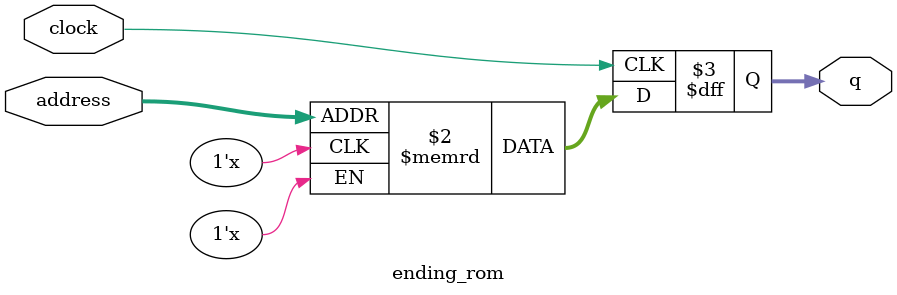
<source format=sv>
module ending_rom (
	input logic clock,
	input logic [18:0] address,
	output logic [3:0] q
);

logic [3:0] memory [0:307199] /* synthesis ram_init_file = "./ending/ending.mif" */;

always_ff @ (posedge clock) begin
	q <= memory[address];
end

endmodule

</source>
